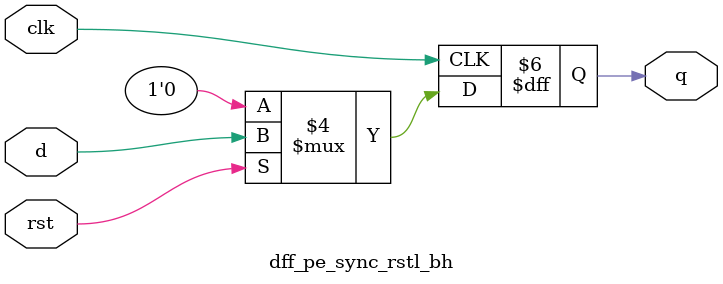
<source format=v>

module dff_pe_sync_rstl_bh(q,d,clk,rst);

input		d,clk,rst;
output	reg	q;

always @(posedge clk)
	if(!rst)
		q <= 1'b0;
	else
		q <= d;

endmodule
</source>
